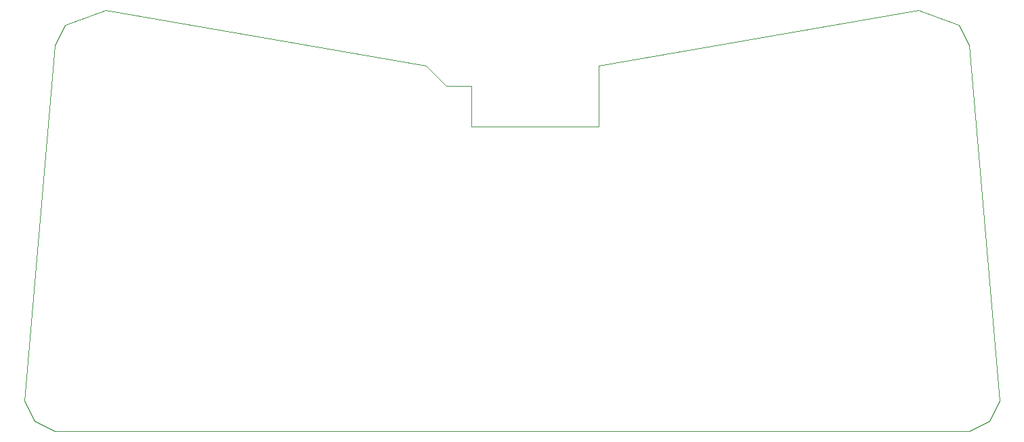
<source format=gbr>
%FSLAX34Y34*%
%MOMM*%
%LNOUTLINE*%
G71*
G01*
%ADD10C,0.000*%
%LPD*%
G54D10*
X101600Y527050D02*
X501650Y457200D01*
X527050Y431800D01*
X558800Y431800D01*
X558800Y381000D01*
X717550Y381000D01*
X717550Y457200D01*
X1117600Y527050D01*
X1168400Y508000D01*
X1181100Y482600D01*
X1219200Y38100D01*
X1206500Y12700D01*
X1181100Y0D01*
X38100Y0D01*
X12700Y12700D01*
X0Y38100D01*
X38100Y482600D01*
X50800Y508000D01*
X101600Y527050D01*
M02*

</source>
